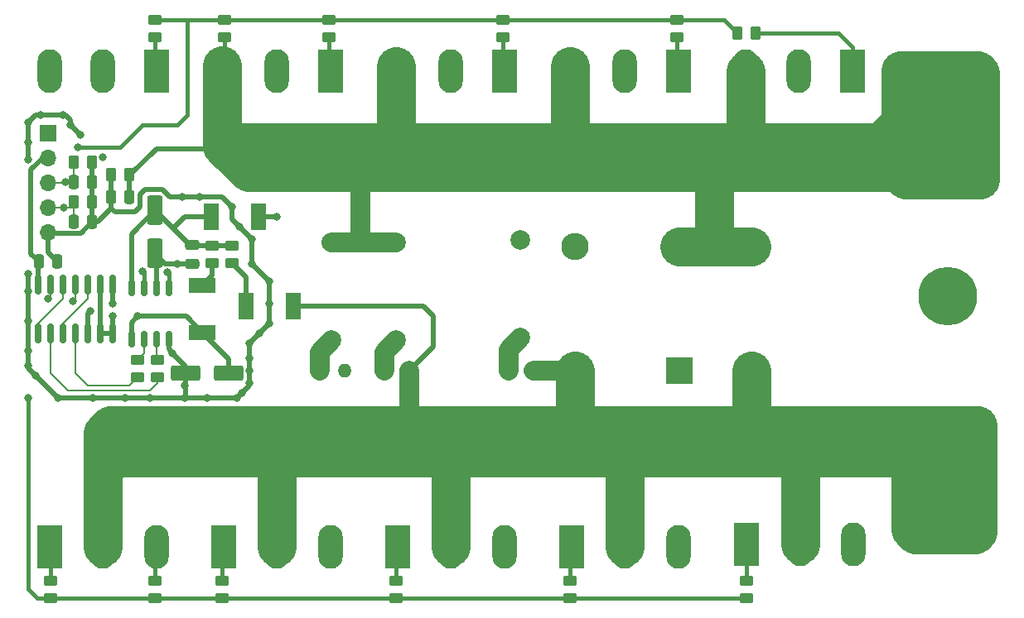
<source format=gbr>
%TF.GenerationSoftware,KiCad,Pcbnew,(6.99.0-3568-gdcfcfd5f29)*%
%TF.CreationDate,2022-10-04T16:24:13+03:00*%
%TF.ProjectId,welder ac diy,77656c64-6572-4206-9163-206469792e6b,rev?*%
%TF.SameCoordinates,Original*%
%TF.FileFunction,Copper,L1,Top*%
%TF.FilePolarity,Positive*%
%FSLAX46Y46*%
G04 Gerber Fmt 4.6, Leading zero omitted, Abs format (unit mm)*
G04 Created by KiCad (PCBNEW (6.99.0-3568-gdcfcfd5f29)) date 2022-10-04 16:24:13*
%MOMM*%
%LPD*%
G01*
G04 APERTURE LIST*
G04 Aperture macros list*
%AMRoundRect*
0 Rectangle with rounded corners*
0 $1 Rounding radius*
0 $2 $3 $4 $5 $6 $7 $8 $9 X,Y pos of 4 corners*
0 Add a 4 corners polygon primitive as box body*
4,1,4,$2,$3,$4,$5,$6,$7,$8,$9,$2,$3,0*
0 Add four circle primitives for the rounded corners*
1,1,$1+$1,$2,$3*
1,1,$1+$1,$4,$5*
1,1,$1+$1,$6,$7*
1,1,$1+$1,$8,$9*
0 Add four rect primitives between the rounded corners*
20,1,$1+$1,$2,$3,$4,$5,0*
20,1,$1+$1,$4,$5,$6,$7,0*
20,1,$1+$1,$6,$7,$8,$9,0*
20,1,$1+$1,$8,$9,$2,$3,0*%
G04 Aperture macros list end*
%TA.AperFunction,SMDPad,CuDef*%
%ADD10RoundRect,0.150000X0.150000X-0.825000X0.150000X0.825000X-0.150000X0.825000X-0.150000X-0.825000X0*%
%TD*%
%TA.AperFunction,SMDPad,CuDef*%
%ADD11RoundRect,0.250000X-0.550000X1.250000X-0.550000X-1.250000X0.550000X-1.250000X0.550000X1.250000X0*%
%TD*%
%TA.AperFunction,ComponentPad*%
%ADD12C,6.000000*%
%TD*%
%TA.AperFunction,SMDPad,CuDef*%
%ADD13RoundRect,0.250000X0.450000X-0.262500X0.450000X0.262500X-0.450000X0.262500X-0.450000X-0.262500X0*%
%TD*%
%TA.AperFunction,SMDPad,CuDef*%
%ADD14RoundRect,0.250000X-0.450000X0.262500X-0.450000X-0.262500X0.450000X-0.262500X0.450000X0.262500X0*%
%TD*%
%TA.AperFunction,ComponentPad*%
%ADD15C,2.000000*%
%TD*%
%TA.AperFunction,SMDPad,CuDef*%
%ADD16RoundRect,0.250000X-0.475000X0.250000X-0.475000X-0.250000X0.475000X-0.250000X0.475000X0.250000X0*%
%TD*%
%TA.AperFunction,ComponentPad*%
%ADD17R,1.700000X1.700000*%
%TD*%
%TA.AperFunction,ComponentPad*%
%ADD18O,1.700000X1.700000*%
%TD*%
%TA.AperFunction,ComponentPad*%
%ADD19R,2.800000X2.800000*%
%TD*%
%TA.AperFunction,ComponentPad*%
%ADD20O,2.800000X2.800000*%
%TD*%
%TA.AperFunction,SMDPad,CuDef*%
%ADD21R,2.700000X1.500000*%
%TD*%
%TA.AperFunction,SMDPad,CuDef*%
%ADD22RoundRect,0.250000X-0.262500X-0.450000X0.262500X-0.450000X0.262500X0.450000X-0.262500X0.450000X0*%
%TD*%
%TA.AperFunction,SMDPad,CuDef*%
%ADD23RoundRect,0.250000X0.262500X0.450000X-0.262500X0.450000X-0.262500X-0.450000X0.262500X-0.450000X0*%
%TD*%
%TA.AperFunction,SMDPad,CuDef*%
%ADD24RoundRect,0.250000X-0.250000X-0.475000X0.250000X-0.475000X0.250000X0.475000X-0.250000X0.475000X0*%
%TD*%
%TA.AperFunction,SMDPad,CuDef*%
%ADD25RoundRect,0.250000X1.250000X0.550000X-1.250000X0.550000X-1.250000X-0.550000X1.250000X-0.550000X0*%
%TD*%
%TA.AperFunction,SMDPad,CuDef*%
%ADD26RoundRect,0.150000X0.150000X-0.675000X0.150000X0.675000X-0.150000X0.675000X-0.150000X-0.675000X0*%
%TD*%
%TA.AperFunction,SMDPad,CuDef*%
%ADD27R,1.500000X2.700000*%
%TD*%
%TA.AperFunction,ComponentPad*%
%ADD28C,1.400000*%
%TD*%
%TA.AperFunction,ComponentPad*%
%ADD29O,1.400000X1.400000*%
%TD*%
%TA.AperFunction,ComponentPad*%
%ADD30R,2.500000X4.500000*%
%TD*%
%TA.AperFunction,ComponentPad*%
%ADD31O,2.500000X4.500000*%
%TD*%
%TA.AperFunction,ViaPad*%
%ADD32C,0.800000*%
%TD*%
%TA.AperFunction,Conductor*%
%ADD33C,0.500000*%
%TD*%
%TA.AperFunction,Conductor*%
%ADD34C,0.400000*%
%TD*%
%TA.AperFunction,Conductor*%
%ADD35C,0.200000*%
%TD*%
%TA.AperFunction,Conductor*%
%ADD36C,2.000000*%
%TD*%
%TA.AperFunction,Conductor*%
%ADD37C,4.000000*%
%TD*%
G04 APERTURE END LIST*
D10*
%TO.P,U1,1*%
%TO.N,Net-(U1-Pad1)*%
X51816000Y-85025000D03*
%TO.P,U1,2*%
%TO.N,Net-(R6-Pad1)*%
X53086000Y-85025000D03*
%TO.P,U1,3*%
%TO.N,Net-(U1-Pad3)*%
X54356000Y-85025000D03*
%TO.P,U1,4*%
%TO.N,Net-(R5-Pad1)*%
X55626000Y-85025000D03*
%TO.P,U1,5*%
%TO.N,Net-(U1-Pad5)*%
X56896000Y-85025000D03*
%TO.P,U1,6*%
%TO.N,GND*%
X58166000Y-85025000D03*
%TO.P,U1,7,GND*%
X59436000Y-85025000D03*
%TO.P,U1,8*%
%TO.N,Net-(U1-Pad5)*%
X59436000Y-80075000D03*
%TO.P,U1,9*%
%TO.N,GND*%
X58166000Y-80075000D03*
%TO.P,U1,10*%
%TO.N,Net-(U1-Pad3)*%
X56896000Y-80075000D03*
%TO.P,U1,11*%
%TO.N,Net-(J1-Pin_3)*%
X55626000Y-80075000D03*
%TO.P,U1,12*%
%TO.N,Net-(U1-Pad1)*%
X54356000Y-80075000D03*
%TO.P,U1,13*%
%TO.N,Net-(J1-Pin_4)*%
X53086000Y-80075000D03*
%TO.P,U1,14,VCC*%
%TO.N,+5V*%
X51816000Y-80075000D03*
%TD*%
D11*
%TO.P,C6,1*%
%TO.N,Net-(D3-K)*%
X63754000Y-72476000D03*
%TO.P,C6,2*%
%TO.N,/outP*%
X63754000Y-76876000D03*
%TD*%
D12*
%TO.P,J5,1,Pin_1*%
%TO.N,/outP*%
X144780000Y-81280000D03*
%TD*%
D13*
%TO.P,R8,1*%
%TO.N,Net-(D2-K)*%
X69596000Y-77874500D03*
%TO.P,R8,2*%
%TO.N,Net-(D3-K)*%
X69596000Y-76049500D03*
%TD*%
%TO.P,R18,1*%
%TO.N,Net-(U2-HO)*%
X70612000Y-112164500D03*
%TO.P,R18,2*%
%TO.N,Net-(Q7-G)*%
X70612000Y-110339500D03*
%TD*%
D14*
%TO.P,R19,1*%
%TO.N,Net-(U2-LO)*%
X99314000Y-52935500D03*
%TO.P,R19,2*%
%TO.N,Net-(Q8-G)*%
X99314000Y-54760500D03*
%TD*%
D15*
%TO.P,C10,1*%
%TO.N,Net-(C10-Pad1)*%
X101092000Y-85518000D03*
%TO.P,C10,2*%
%TO.N,/outP*%
X101092000Y-75518000D03*
%TD*%
D14*
%TO.P,R17,1*%
%TO.N,Net-(U2-LO)*%
X63754000Y-52935500D03*
%TO.P,R17,2*%
%TO.N,Net-(Q6-G)*%
X63754000Y-54760500D03*
%TD*%
D16*
%TO.P,C7,1*%
%TO.N,Net-(D3-K)*%
X67564000Y-76012000D03*
%TO.P,C7,2*%
%TO.N,/outP*%
X67564000Y-77912000D03*
%TD*%
D17*
%TO.P,J1,1,Pin_1*%
%TO.N,+15V*%
X52856999Y-64545999D03*
D18*
%TO.P,J1,2,Pin_2*%
%TO.N,+5V*%
X52856999Y-67085999D03*
%TO.P,J1,3,Pin_3*%
%TO.N,Net-(J1-Pin_3)*%
X52856999Y-69625999D03*
%TO.P,J1,4,Pin_4*%
%TO.N,Net-(J1-Pin_4)*%
X52856999Y-72165999D03*
%TO.P,J1,5,Pin_5*%
%TO.N,GND*%
X52856999Y-74705999D03*
%TD*%
D19*
%TO.P,D6,1,K*%
%TO.N,/outP*%
X117347999Y-88899999D03*
D20*
%TO.P,D6,2,A*%
%TO.N,/in-*%
X117347999Y-76199999D03*
%TD*%
D21*
%TO.P,D2,1,K*%
%TO.N,Net-(D2-K)*%
X68579999Y-80149999D03*
%TO.P,D2,2,A*%
%TO.N,+15V*%
X68579999Y-84949999D03*
%TD*%
D13*
%TO.P,R5,1*%
%TO.N,Net-(R5-Pad1)*%
X61976000Y-89558500D03*
%TO.P,R5,2*%
%TO.N,Net-(U2-HIN)*%
X61976000Y-87733500D03*
%TD*%
D19*
%TO.P,D7,1,K*%
%TO.N,/in+*%
X124713999Y-88899999D03*
D20*
%TO.P,D7,2,A*%
%TO.N,/in-*%
X124713999Y-76199999D03*
%TD*%
D13*
%TO.P,R12,1*%
%TO.N,Net-(U2-HO)*%
X63754000Y-112164500D03*
%TO.P,R12,2*%
%TO.N,/outP*%
X63754000Y-110339500D03*
%TD*%
D22*
%TO.P,R21,1*%
%TO.N,Net-(U2-LO)*%
X123293500Y-54356000D03*
%TO.P,R21,2*%
%TO.N,Net-(Q10-G)*%
X125118500Y-54356000D03*
%TD*%
D23*
%TO.P,R1,1*%
%TO.N,GND*%
X57300500Y-67564000D03*
%TO.P,R1,2*%
%TO.N,Net-(J1-Pin_3)*%
X55475500Y-67564000D03*
%TD*%
D24*
%TO.P,C8,1*%
%TO.N,+5V*%
X51882000Y-77724000D03*
%TO.P,C8,2*%
%TO.N,GND*%
X53782000Y-77724000D03*
%TD*%
D25*
%TO.P,C5,1*%
%TO.N,+15V*%
X71288000Y-89154000D03*
%TO.P,C5,2*%
%TO.N,GND*%
X66888000Y-89154000D03*
%TD*%
D15*
%TO.P,C11,1*%
%TO.N,Net-(C11-Pad1)*%
X81788000Y-85772000D03*
%TO.P,C11,2*%
%TO.N,/in-*%
X81788000Y-75772000D03*
%TD*%
D24*
%TO.P,C1,1*%
%TO.N,Net-(J1-Pin_3)*%
X55438000Y-69596000D03*
%TO.P,C1,2*%
%TO.N,GND*%
X57338000Y-69596000D03*
%TD*%
D14*
%TO.P,R11,1*%
%TO.N,Net-(U2-LO)*%
X81534000Y-52935500D03*
%TO.P,R11,2*%
%TO.N,Net-(Q2-G)*%
X81534000Y-54760500D03*
%TD*%
D26*
%TO.P,U2,1,VCC*%
%TO.N,+15V*%
X61341000Y-85683000D03*
%TO.P,U2,2,HIN*%
%TO.N,Net-(U2-HIN)*%
X62611000Y-85683000D03*
%TO.P,U2,3,LIN*%
%TO.N,Net-(U2-LIN)*%
X63881000Y-85683000D03*
%TO.P,U2,4,COM*%
%TO.N,GND*%
X65151000Y-85683000D03*
%TO.P,U2,5,LO*%
%TO.N,Net-(U2-LO)*%
X65151000Y-80433000D03*
%TO.P,U2,6,VS*%
%TO.N,/outP*%
X63881000Y-80433000D03*
%TO.P,U2,7,HO*%
%TO.N,Net-(U2-HO)*%
X62611000Y-80433000D03*
%TO.P,U2,8,VB*%
%TO.N,Net-(D3-K)*%
X61341000Y-80433000D03*
%TD*%
D14*
%TO.P,R13,1*%
%TO.N,Net-(U2-LO)*%
X70866000Y-52935500D03*
%TO.P,R13,2*%
%TO.N,/in-*%
X70866000Y-54760500D03*
%TD*%
D27*
%TO.P,D3,1,K*%
%TO.N,Net-(D3-K)*%
X69481999Y-73151999D03*
%TO.P,D3,2,A*%
%TO.N,/outP*%
X74281999Y-73151999D03*
%TD*%
D12*
%TO.P,J4,1,Pin_1*%
%TO.N,/in+*%
X144780000Y-101600000D03*
%TD*%
D28*
%TO.P,R23,1*%
%TO.N,Net-(C10-Pad1)*%
X99872000Y-88900000D03*
D29*
%TO.P,R23,2*%
%TO.N,/in+*%
X102411999Y-88899999D03*
%TD*%
D22*
%TO.P,R22,1*%
%TO.N,GND*%
X59285500Y-68834000D03*
%TO.P,R22,2*%
%TO.N,/in-*%
X61110500Y-68834000D03*
%TD*%
D24*
%TO.P,C12,1*%
%TO.N,GND*%
X59248000Y-71120000D03*
%TO.P,C12,2*%
%TO.N,/in-*%
X61148000Y-71120000D03*
%TD*%
D27*
%TO.P,D4,1,K*%
%TO.N,Net-(D4-K)*%
X73037999Y-82295999D03*
%TO.P,D4,2,A*%
%TO.N,/in+*%
X77837999Y-82295999D03*
%TD*%
D12*
%TO.P,J6,1,Pin_1*%
%TO.N,/in-*%
X144526000Y-63500000D03*
%TD*%
D13*
%TO.P,R16,1*%
%TO.N,Net-(U2-HO)*%
X124206000Y-112164500D03*
%TO.P,R16,2*%
%TO.N,Net-(Q5-G)*%
X124206000Y-110339500D03*
%TD*%
%TO.P,R14,1*%
%TO.N,Net-(U2-HO)*%
X88392000Y-112164500D03*
%TO.P,R14,2*%
%TO.N,Net-(Q3-G)*%
X88392000Y-110339500D03*
%TD*%
D15*
%TO.P,C9,1*%
%TO.N,Net-(C9-Pad1)*%
X88392000Y-85772000D03*
%TO.P,C9,2*%
%TO.N,/in-*%
X88392000Y-75772000D03*
%TD*%
D14*
%TO.P,R15,1*%
%TO.N,Net-(U2-LO)*%
X117094000Y-52935500D03*
%TO.P,R15,2*%
%TO.N,Net-(Q4-G)*%
X117094000Y-54760500D03*
%TD*%
D19*
%TO.P,D5,1,K*%
%TO.N,/in+*%
X106679999Y-88899999D03*
D20*
%TO.P,D5,2,A*%
%TO.N,/outP*%
X106679999Y-76199999D03*
%TD*%
D28*
%TO.P,R24,1*%
%TO.N,Net-(C11-Pad1)*%
X80568000Y-88900000D03*
D29*
%TO.P,R24,2*%
%TO.N,/outP*%
X83107999Y-88899999D03*
%TD*%
D23*
%TO.P,R2,1*%
%TO.N,GND*%
X57300500Y-71628000D03*
%TO.P,R2,2*%
%TO.N,Net-(J1-Pin_4)*%
X55475500Y-71628000D03*
%TD*%
D28*
%TO.P,R7,1*%
%TO.N,Net-(C9-Pad1)*%
X87172000Y-88900000D03*
D29*
%TO.P,R7,2*%
%TO.N,/in+*%
X89711999Y-88899999D03*
%TD*%
D13*
%TO.P,R6,1*%
%TO.N,Net-(R6-Pad1)*%
X64008000Y-89558500D03*
%TO.P,R6,2*%
%TO.N,Net-(U2-LIN)*%
X64008000Y-87733500D03*
%TD*%
D14*
%TO.P,R9,1*%
%TO.N,Net-(D3-K)*%
X71628000Y-76049500D03*
%TO.P,R9,2*%
%TO.N,Net-(D4-K)*%
X71628000Y-77874500D03*
%TD*%
D24*
%TO.P,C2,1*%
%TO.N,Net-(J1-Pin_4)*%
X55438000Y-73660000D03*
%TO.P,C2,2*%
%TO.N,GND*%
X57338000Y-73660000D03*
%TD*%
D13*
%TO.P,R10,1*%
%TO.N,Net-(U2-HO)*%
X53086000Y-112164500D03*
%TO.P,R10,2*%
%TO.N,Net-(Q1-G)*%
X53086000Y-110339500D03*
%TD*%
%TO.P,R20,1*%
%TO.N,Net-(U2-HO)*%
X106172000Y-112164500D03*
%TO.P,R20,2*%
%TO.N,Net-(Q9-G)*%
X106172000Y-110339500D03*
%TD*%
D30*
%TO.P,Q7,1,G*%
%TO.N,Net-(Q7-G)*%
X70749999Y-106894999D03*
D31*
%TO.P,Q7,2,D*%
%TO.N,/in+*%
X76199999Y-106894999D03*
%TO.P,Q7,3,S*%
%TO.N,/outP*%
X81649999Y-106894999D03*
%TD*%
D30*
%TO.P,Q4,1,G*%
%TO.N,Net-(Q4-G)*%
X117209999Y-58204999D03*
D31*
%TO.P,Q4,2,D*%
%TO.N,/outP*%
X111759999Y-58204999D03*
%TO.P,Q4,3,S*%
%TO.N,/in-*%
X106309999Y-58204999D03*
%TD*%
D30*
%TO.P,Q9,1,G*%
%TO.N,Net-(Q9-G)*%
X106309999Y-106894999D03*
D31*
%TO.P,Q9,2,D*%
%TO.N,/in+*%
X111759999Y-106894999D03*
%TO.P,Q9,3,S*%
%TO.N,/outP*%
X117209999Y-106894999D03*
%TD*%
D30*
%TO.P,Q5,1,G*%
%TO.N,Net-(Q5-G)*%
X124205999Y-106679999D03*
D31*
%TO.P,Q5,2,D*%
%TO.N,/in+*%
X129655999Y-106679999D03*
%TO.P,Q5,3,S*%
%TO.N,/outP*%
X135105999Y-106679999D03*
%TD*%
D30*
%TO.P,Q10,1,G*%
%TO.N,Net-(Q10-G)*%
X134989999Y-58204999D03*
D31*
%TO.P,Q10,2,D*%
%TO.N,/outP*%
X129539999Y-58204999D03*
%TO.P,Q10,3,S*%
%TO.N,/in-*%
X124089999Y-58204999D03*
%TD*%
D30*
%TO.P,Q6,1,G*%
%TO.N,Net-(Q6-G)*%
X63869999Y-58204999D03*
D31*
%TO.P,Q6,2,D*%
%TO.N,/outP*%
X58419999Y-58204999D03*
%TO.P,Q6,3,S*%
%TO.N,/in-*%
X52969999Y-58204999D03*
%TD*%
D30*
%TO.P,Q1,1,G*%
%TO.N,Net-(Q1-G)*%
X52969999Y-106894999D03*
D31*
%TO.P,Q1,2,D*%
%TO.N,/in+*%
X58419999Y-106894999D03*
%TO.P,Q1,3,S*%
%TO.N,/outP*%
X63869999Y-106894999D03*
%TD*%
D30*
%TO.P,Q8,1,G*%
%TO.N,Net-(Q8-G)*%
X99429999Y-58204999D03*
D31*
%TO.P,Q8,2,D*%
%TO.N,/outP*%
X93979999Y-58204999D03*
%TO.P,Q8,3,S*%
%TO.N,/in-*%
X88529999Y-58204999D03*
%TD*%
D30*
%TO.P,Q2,1,G*%
%TO.N,Net-(Q2-G)*%
X81649999Y-58204999D03*
D31*
%TO.P,Q2,2,D*%
%TO.N,/outP*%
X76199999Y-58204999D03*
%TO.P,Q2,3,S*%
%TO.N,/in-*%
X70749999Y-58204999D03*
%TD*%
D30*
%TO.P,Q3,1,G*%
%TO.N,Net-(Q3-G)*%
X88529999Y-106894999D03*
D31*
%TO.P,Q3,2,D*%
%TO.N,/in+*%
X93979999Y-106894999D03*
%TO.P,Q3,3,S*%
%TO.N,/outP*%
X99429999Y-106894999D03*
%TD*%
D32*
%TO.N,GND*%
X68326000Y-71120000D03*
X66548000Y-71120000D03*
X58420000Y-67056000D03*
X55118000Y-63754000D03*
X54356000Y-62738000D03*
X52070000Y-62738000D03*
X50800000Y-63500000D03*
X50800000Y-65532000D03*
X50800000Y-67310000D03*
X50800000Y-78994000D03*
X50800000Y-80772000D03*
X50800000Y-83820000D03*
X50800000Y-86868000D03*
X50800000Y-88392000D03*
X51562000Y-89408000D03*
X56134000Y-64770000D03*
X60706000Y-91694000D03*
X53848000Y-91694000D03*
X57404000Y-91694000D03*
X63246000Y-91694000D03*
X66802000Y-91694000D03*
X69088000Y-91694000D03*
X72136000Y-91694000D03*
X72644000Y-91186000D03*
X73406000Y-90170000D03*
X73406000Y-88900000D03*
X73406000Y-87630000D03*
X73406000Y-86106000D03*
X74422000Y-85090000D03*
X75438000Y-82042000D03*
X75438000Y-84074000D03*
X75438000Y-79756000D03*
X73660000Y-77978000D03*
X73660000Y-75438000D03*
X71628000Y-72136000D03*
X72390000Y-74168000D03*
X66802000Y-90424000D03*
X59436000Y-83312000D03*
%TO.N,Net-(U1-Pad5)*%
X57150000Y-82804000D03*
X59436000Y-82042000D03*
%TO.N,Net-(J1-Pin_4)*%
X52832000Y-81534000D03*
%TO.N,Net-(J1-Pin_3)*%
X55372000Y-81788000D03*
X54610000Y-69596000D03*
%TO.N,GND*%
X65532000Y-87122000D03*
%TO.N,Net-(J1-Pin_4)*%
X54386000Y-72166000D03*
%TO.N,+15V*%
X61976000Y-83312000D03*
%TO.N,/outP*%
X66040000Y-77978000D03*
X76200000Y-73152000D03*
%TO.N,Net-(U2-HO)*%
X62484000Y-78740000D03*
X50800000Y-91694000D03*
%TO.N,Net-(U2-LO)*%
X55880000Y-66040000D03*
X65024000Y-78761500D03*
%TD*%
D33*
%TO.N,GND*%
X59643000Y-72644000D02*
X59285500Y-72286500D01*
X61722000Y-72644000D02*
X59643000Y-72644000D01*
X62230000Y-72136000D02*
X61722000Y-72644000D01*
X62738000Y-70358000D02*
X62230000Y-70866000D01*
X62230000Y-70866000D02*
X62230000Y-72136000D01*
X65278000Y-71120000D02*
X64516000Y-70358000D01*
X64516000Y-70358000D02*
X62738000Y-70358000D01*
X70612000Y-71120000D02*
X65278000Y-71120000D01*
X71628000Y-72136000D02*
X70612000Y-71120000D01*
X54356000Y-62738000D02*
X52070000Y-62738000D01*
X52070000Y-62738000D02*
X51562000Y-62738000D01*
X50800000Y-65532000D02*
X50800000Y-67310000D01*
X50800000Y-63500000D02*
X50800000Y-65532000D01*
X51562000Y-62738000D02*
X50800000Y-63500000D01*
X55118000Y-63246000D02*
X54610000Y-62738000D01*
X54610000Y-62738000D02*
X54356000Y-62738000D01*
X56134000Y-64770000D02*
X55118000Y-63754000D01*
X55118000Y-63754000D02*
X55118000Y-63246000D01*
X50800000Y-78994000D02*
X50800000Y-79248000D01*
X50800000Y-80772000D02*
X50800000Y-78994000D01*
X50800000Y-83820000D02*
X50800000Y-80772000D01*
D34*
%TO.N,Net-(U2-LO)*%
X67056000Y-62738000D02*
X67056000Y-53086000D01*
X66040000Y-63754000D02*
X67056000Y-62738000D01*
X62484000Y-63754000D02*
X66040000Y-63754000D01*
X60198000Y-66040000D02*
X62484000Y-63754000D01*
X67056000Y-53086000D02*
X66905500Y-52935500D01*
X55880000Y-66040000D02*
X60198000Y-66040000D01*
D33*
%TO.N,GND*%
X66888000Y-90510000D02*
X66888000Y-91694000D01*
X66802000Y-90424000D02*
X66888000Y-90510000D01*
X66888000Y-90338000D02*
X66802000Y-90424000D01*
X66888000Y-91694000D02*
X65532000Y-91694000D01*
X66888000Y-89154000D02*
X66888000Y-90338000D01*
X73660000Y-77978000D02*
X73660000Y-75438000D01*
X75438000Y-79756000D02*
X73660000Y-77978000D01*
X73406000Y-86106000D02*
X75438000Y-84074000D01*
X73406000Y-90424000D02*
X73406000Y-86106000D01*
X73660000Y-75438000D02*
X71628000Y-73406000D01*
X72136000Y-91694000D02*
X73406000Y-90424000D01*
X75438000Y-84074000D02*
X75438000Y-79756000D01*
X71628000Y-73406000D02*
X71628000Y-72136000D01*
X65532000Y-91694000D02*
X72136000Y-91694000D01*
%TO.N,+15V*%
X71288000Y-87658000D02*
X71288000Y-89154000D01*
%TO.N,GND*%
X66888000Y-88478000D02*
X66888000Y-89154000D01*
%TO.N,+15V*%
X68580000Y-84950000D02*
X71288000Y-87658000D01*
%TO.N,GND*%
X65532000Y-87122000D02*
X66888000Y-88478000D01*
%TO.N,Net-(D3-K)*%
X66802000Y-73152000D02*
X65616000Y-74338000D01*
X69482000Y-73152000D02*
X66802000Y-73152000D01*
%TO.N,/outP*%
X74282000Y-73152000D02*
X76200000Y-73152000D01*
%TO.N,Net-(D4-K)*%
X73038000Y-79284500D02*
X71628000Y-77874500D01*
%TO.N,Net-(D3-K)*%
X67601500Y-76049500D02*
X67564000Y-76012000D01*
X71628000Y-76049500D02*
X67601500Y-76049500D01*
%TO.N,Net-(D4-K)*%
X73038000Y-82296000D02*
X73038000Y-79284500D01*
%TO.N,GND*%
X50800000Y-88646000D02*
X50800000Y-83820000D01*
X53848000Y-91694000D02*
X50800000Y-88646000D01*
D34*
%TO.N,Net-(U2-HO)*%
X50800000Y-111252000D02*
X51712500Y-112164500D01*
X50800000Y-91694000D02*
X50800000Y-111252000D01*
X51712500Y-112164500D02*
X53086000Y-112164500D01*
D33*
%TO.N,GND*%
X55626000Y-91694000D02*
X53848000Y-91694000D01*
X65532000Y-91694000D02*
X55626000Y-91694000D01*
X59436000Y-83312000D02*
X59436000Y-85025000D01*
D34*
%TO.N,Net-(U2-LO)*%
X66905500Y-52935500D02*
X63754000Y-52935500D01*
X66905500Y-52935500D02*
X117094000Y-52935500D01*
D33*
%TO.N,Net-(U1-Pad5)*%
X56896000Y-83058000D02*
X57150000Y-82804000D01*
X56896000Y-85025000D02*
X56896000Y-83058000D01*
X59436000Y-80075000D02*
X59436000Y-82042000D01*
%TO.N,GND*%
X58166000Y-85025000D02*
X59436000Y-85025000D01*
X58166000Y-80075000D02*
X58166000Y-85025000D01*
D35*
%TO.N,Net-(J1-Pin_3)*%
X55372000Y-81788000D02*
X55626000Y-81534000D01*
X55626000Y-81534000D02*
X55626000Y-80075000D01*
%TO.N,Net-(J1-Pin_4)*%
X53086000Y-81280000D02*
X52832000Y-81534000D01*
X53086000Y-80075000D02*
X53086000Y-81280000D01*
%TO.N,Net-(R6-Pad1)*%
X53086000Y-85025000D02*
X53086000Y-89154000D01*
%TO.N,Net-(R5-Pad1)*%
X55626000Y-89154000D02*
X55626000Y-85025000D01*
%TO.N,Net-(U1-Pad3)*%
X56896000Y-81534000D02*
X56896000Y-80075000D01*
X54356000Y-84074000D02*
X56896000Y-81534000D01*
X54356000Y-85025000D02*
X54356000Y-84074000D01*
%TO.N,Net-(U1-Pad1)*%
X54356000Y-81534000D02*
X54356000Y-80075000D01*
X51816000Y-84074000D02*
X54356000Y-81534000D01*
X51816000Y-85025000D02*
X51816000Y-84074000D01*
D33*
%TO.N,+5V*%
X51816000Y-77790000D02*
X51882000Y-77724000D01*
X51816000Y-80075000D02*
X51816000Y-77790000D01*
D35*
%TO.N,Net-(J1-Pin_3)*%
X55438000Y-69596000D02*
X55438000Y-67601500D01*
X55408000Y-69626000D02*
X55438000Y-69596000D01*
X52857000Y-69626000D02*
X55408000Y-69626000D01*
X55438000Y-67601500D02*
X55475500Y-67564000D01*
D33*
%TO.N,GND*%
X65151000Y-85683000D02*
X65151000Y-86655000D01*
X57912000Y-73660000D02*
X59285500Y-72286500D01*
X52857000Y-74706000D02*
X52857000Y-76799000D01*
X52986000Y-74835000D02*
X56163000Y-74835000D01*
X65151000Y-86655000D02*
X65532000Y-87036000D01*
X56163000Y-74835000D02*
X57338000Y-73660000D01*
X57300500Y-73622500D02*
X57338000Y-73660000D01*
X57338000Y-73660000D02*
X57912000Y-73660000D01*
X52857000Y-74706000D02*
X52986000Y-74835000D01*
X52857000Y-76799000D02*
X53782000Y-77724000D01*
X65532000Y-87036000D02*
X65532000Y-87122000D01*
X57300500Y-67564000D02*
X57300500Y-73622500D01*
X59285500Y-72286500D02*
X59285500Y-68834000D01*
D35*
%TO.N,Net-(J1-Pin_4)*%
X55475500Y-73622500D02*
X55438000Y-73660000D01*
X54386000Y-72166000D02*
X54937500Y-72166000D01*
X54937500Y-72166000D02*
X55475500Y-71628000D01*
X55475500Y-71628000D02*
X55475500Y-73622500D01*
X52857000Y-72166000D02*
X54386000Y-72166000D01*
D33*
%TO.N,+15V*%
X61976000Y-83312000D02*
X66942000Y-83312000D01*
X61341000Y-83947000D02*
X61976000Y-83312000D01*
X66942000Y-83312000D02*
X68580000Y-84950000D01*
X61341000Y-85683000D02*
X61341000Y-83947000D01*
%TO.N,Net-(D3-K)*%
X67290000Y-76012000D02*
X65616000Y-74338000D01*
X67564000Y-76012000D02*
X67290000Y-76012000D01*
X63754000Y-72476000D02*
X61341000Y-74889000D01*
X61341000Y-74889000D02*
X61341000Y-80433000D01*
X65616000Y-74338000D02*
X63754000Y-72476000D01*
%TO.N,Net-(D2-K)*%
X69596000Y-79134000D02*
X68580000Y-80150000D01*
X69596000Y-77874500D02*
X69596000Y-79134000D01*
%TO.N,+5V*%
X52857000Y-67086000D02*
X52294000Y-67086000D01*
X51054000Y-68326000D02*
X51054000Y-76896000D01*
X52294000Y-67086000D02*
X51054000Y-68326000D01*
X51054000Y-76896000D02*
X51882000Y-77724000D01*
D36*
%TO.N,Net-(C9-Pad1)*%
X87172000Y-86992000D02*
X88392000Y-85772000D01*
X87172000Y-88900000D02*
X87172000Y-86992000D01*
%TO.N,Net-(C10-Pad1)*%
X99872000Y-86738000D02*
X101092000Y-85518000D01*
X99872000Y-88900000D02*
X99872000Y-86738000D01*
%TO.N,Net-(C11-Pad1)*%
X80568000Y-86992000D02*
X81788000Y-85772000D01*
X80568000Y-88900000D02*
X80568000Y-86992000D01*
D34*
%TO.N,Net-(Q1-G)*%
X53086000Y-107011000D02*
X52970000Y-106895000D01*
X53086000Y-110339500D02*
X53086000Y-107011000D01*
%TO.N,Net-(Q2-G)*%
X81534000Y-58089000D02*
X81650000Y-58205000D01*
X81534000Y-54760500D02*
X81534000Y-58089000D01*
%TO.N,Net-(Q3-G)*%
X88392000Y-107033000D02*
X88530000Y-106895000D01*
X88392000Y-110339500D02*
X88392000Y-107033000D01*
%TO.N,Net-(Q4-G)*%
X117094000Y-58089000D02*
X117210000Y-58205000D01*
X117094000Y-54760500D02*
X117094000Y-58089000D01*
%TO.N,Net-(Q5-G)*%
X124206000Y-110339500D02*
X124206000Y-106680000D01*
%TO.N,Net-(Q6-G)*%
X63754000Y-54760500D02*
X63754000Y-58089000D01*
X63754000Y-58089000D02*
X63870000Y-58205000D01*
%TO.N,Net-(Q7-G)*%
X70612000Y-107033000D02*
X70750000Y-106895000D01*
X70612000Y-110339500D02*
X70612000Y-107033000D01*
%TO.N,Net-(Q8-G)*%
X99314000Y-58089000D02*
X99430000Y-58205000D01*
X99314000Y-54760500D02*
X99314000Y-58089000D01*
%TO.N,Net-(Q9-G)*%
X106172000Y-110339500D02*
X106172000Y-107033000D01*
X106172000Y-107033000D02*
X106310000Y-106895000D01*
%TO.N,Net-(Q10-G)*%
X134990000Y-55742000D02*
X134990000Y-58205000D01*
X133604000Y-54356000D02*
X134990000Y-55742000D01*
X125118500Y-54356000D02*
X133604000Y-54356000D01*
D35*
%TO.N,Net-(U2-HIN)*%
X62611000Y-87098500D02*
X61976000Y-87733500D01*
X62611000Y-85683000D02*
X62611000Y-87098500D01*
D34*
%TO.N,/outP*%
X63754000Y-107011000D02*
X63870000Y-106895000D01*
D33*
X63881000Y-80433000D02*
X63881000Y-77003000D01*
X67564000Y-77912000D02*
X66106000Y-77912000D01*
X66040000Y-77978000D02*
X65974000Y-77912000D01*
X63881000Y-77003000D02*
X63754000Y-76876000D01*
D34*
X63754000Y-110339500D02*
X63754000Y-107011000D01*
D33*
X65974000Y-77912000D02*
X64790000Y-77912000D01*
X66106000Y-77912000D02*
X66040000Y-77978000D01*
X64790000Y-77912000D02*
X63754000Y-76876000D01*
%TO.N,/in+*%
X91186000Y-82296000D02*
X92202000Y-83312000D01*
D37*
X58420000Y-95250000D02*
X58420000Y-99060000D01*
X58420000Y-99060000D02*
X59690000Y-97790000D01*
X107188000Y-94488000D02*
X90170000Y-94488000D01*
X129656000Y-97928000D02*
X129794000Y-97790000D01*
X140970000Y-97790000D02*
X144780000Y-101600000D01*
X111760000Y-106895000D02*
X111760000Y-98044000D01*
X124714000Y-94234000D02*
X124968000Y-94488000D01*
X58420000Y-106895000D02*
X58420000Y-99060000D01*
X141478000Y-94488000D02*
X124968000Y-94488000D01*
X94742000Y-97790000D02*
X112014000Y-97790000D01*
X141478000Y-105664000D02*
X140970000Y-105156000D01*
X106680000Y-93980000D02*
X107188000Y-94488000D01*
X141478000Y-94488000D02*
X147828000Y-94488000D01*
X75692000Y-97790000D02*
X94742000Y-97790000D01*
X76200000Y-106895000D02*
X76200000Y-98298000D01*
D36*
X89712000Y-94030000D02*
X90170000Y-94488000D01*
X102412000Y-88900000D02*
X106680000Y-88900000D01*
D33*
X77838000Y-82296000D02*
X91186000Y-82296000D01*
D37*
X106680000Y-88900000D02*
X106680000Y-93980000D01*
X147574000Y-105664000D02*
X141478000Y-105664000D01*
X140970000Y-105156000D02*
X140970000Y-97790000D01*
D33*
X92202000Y-86410000D02*
X89712000Y-88900000D01*
D37*
X147828000Y-94488000D02*
X147828000Y-105410000D01*
X124714000Y-88900000D02*
X124714000Y-94234000D01*
X59182000Y-94488000D02*
X58420000Y-95250000D01*
X111760000Y-98044000D02*
X112014000Y-97790000D01*
X76200000Y-98298000D02*
X75692000Y-97790000D01*
X144780000Y-101600000D02*
X144780000Y-97790000D01*
X93980000Y-106895000D02*
X93980000Y-98552000D01*
X90170000Y-94488000D02*
X59182000Y-94488000D01*
X129794000Y-97790000D02*
X140970000Y-97790000D01*
D33*
X92202000Y-83312000D02*
X92202000Y-86410000D01*
D37*
X124968000Y-94488000D02*
X107188000Y-94488000D01*
X59690000Y-97790000D02*
X75692000Y-97790000D01*
X129656000Y-106680000D02*
X129656000Y-97928000D01*
D36*
X89712000Y-88900000D02*
X89712000Y-94030000D01*
D37*
X112014000Y-97790000D02*
X129794000Y-97790000D01*
X144526000Y-97536000D02*
X141478000Y-94488000D01*
X93980000Y-98552000D02*
X94742000Y-97790000D01*
X147828000Y-105410000D02*
X147574000Y-105664000D01*
X144780000Y-97790000D02*
X144526000Y-97536000D01*
%TO.N,/in-*%
X120396000Y-68580000D02*
X139700000Y-68580000D01*
X73290000Y-68580000D02*
X82296000Y-68580000D01*
X71490000Y-65532000D02*
X70866000Y-66156000D01*
D34*
X70866000Y-58089000D02*
X70750000Y-58205000D01*
D37*
X139954000Y-58166000D02*
X147828000Y-58166000D01*
X139954000Y-60452000D02*
X139954000Y-58166000D01*
X139954000Y-63500000D02*
X139954000Y-60452000D01*
X123952000Y-65532000D02*
X71490000Y-65532000D01*
D36*
X84756000Y-75772000D02*
X84756000Y-69168000D01*
D37*
X85344000Y-68580000D02*
X99822000Y-68580000D01*
X120904000Y-69088000D02*
X120396000Y-68580000D01*
X141351000Y-66929000D02*
X144526000Y-63754000D01*
X70612000Y-65902000D02*
X70866000Y-66156000D01*
X124714000Y-76200000D02*
X120904000Y-76200000D01*
D33*
X63870000Y-66156000D02*
X61192000Y-68834000D01*
D37*
X147828000Y-58166000D02*
X148082000Y-58420000D01*
X99822000Y-68580000D02*
X118110000Y-68580000D01*
X140462000Y-69342000D02*
X139700000Y-68580000D01*
X120904000Y-76200000D02*
X120904000Y-69088000D01*
X139954000Y-60452000D02*
X146050000Y-60452000D01*
X81650000Y-67934000D02*
X82296000Y-68580000D01*
D33*
X61192000Y-68834000D02*
X61110500Y-68834000D01*
D37*
X106172000Y-57746500D02*
X106172000Y-67221500D01*
X139954000Y-63500000D02*
X137922000Y-65532000D01*
X118110000Y-68580000D02*
X120396000Y-68580000D01*
X120904000Y-76200000D02*
X117348000Y-76200000D01*
D34*
X70866000Y-54760500D02*
X70866000Y-58089000D01*
D36*
X84756000Y-75772000D02*
X81788000Y-75772000D01*
D37*
X82296000Y-68580000D02*
X85344000Y-68580000D01*
D36*
X84756000Y-69168000D02*
X85344000Y-68580000D01*
D37*
X148082000Y-58420000D02*
X148082000Y-69342000D01*
X148082000Y-69342000D02*
X140462000Y-69342000D01*
X124090000Y-65394000D02*
X123952000Y-65532000D01*
X137922000Y-65532000D02*
X123952000Y-65532000D01*
X144526000Y-63500000D02*
X139954000Y-63500000D01*
D33*
X61110500Y-71082500D02*
X61148000Y-71120000D01*
D37*
X146050000Y-65786000D02*
X145034000Y-66802000D01*
X139700000Y-68580000D02*
X141351000Y-66929000D01*
X146050000Y-60452000D02*
X146050000Y-65786000D01*
X99430000Y-68188000D02*
X99822000Y-68580000D01*
X117210000Y-67680000D02*
X118110000Y-68580000D01*
X70866000Y-66156000D02*
X73290000Y-68580000D01*
D33*
X61110500Y-68834000D02*
X61110500Y-71082500D01*
D36*
X88392000Y-75772000D02*
X84756000Y-75772000D01*
D37*
X88392000Y-57746500D02*
X88392000Y-67729500D01*
X124090000Y-58205000D02*
X124090000Y-65394000D01*
X144526000Y-63754000D02*
X144526000Y-63500000D01*
X70612000Y-57619500D02*
X70612000Y-65902000D01*
D33*
X70866000Y-66156000D02*
X63870000Y-66156000D01*
D35*
%TO.N,Net-(U2-LIN)*%
X63881000Y-87606500D02*
X64008000Y-87733500D01*
X63881000Y-85683000D02*
X63881000Y-87606500D01*
D34*
%TO.N,Net-(U2-HO)*%
X53086000Y-112164500D02*
X124206000Y-112164500D01*
X62611000Y-80433000D02*
X62611000Y-78867000D01*
X62611000Y-78867000D02*
X62484000Y-78740000D01*
%TO.N,Net-(U2-LO)*%
X65151000Y-78888500D02*
X65024000Y-78761500D01*
X65151000Y-80433000D02*
X65151000Y-78888500D01*
X117094000Y-52935500D02*
X121873000Y-52935500D01*
X121873000Y-52935500D02*
X123293500Y-54356000D01*
D35*
%TO.N,Net-(R5-Pad1)*%
X61976000Y-89558500D02*
X61110500Y-90424000D01*
X61110500Y-90424000D02*
X56896000Y-90424000D01*
X56896000Y-90424000D02*
X55626000Y-89154000D01*
%TO.N,Net-(R6-Pad1)*%
X54864000Y-90932000D02*
X63246000Y-90932000D01*
X53086000Y-89154000D02*
X54864000Y-90932000D01*
X63246000Y-90932000D02*
X64008000Y-90170000D01*
X64008000Y-90170000D02*
X64008000Y-89558500D01*
%TD*%
M02*

</source>
